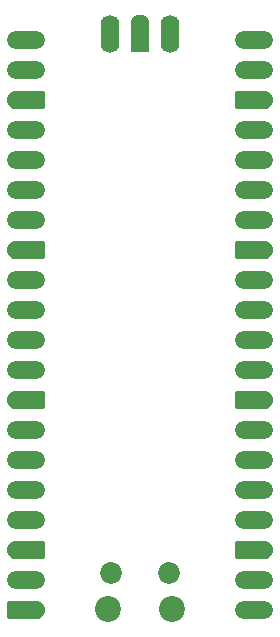
<source format=gbs>
%TF.GenerationSoftware,KiCad,Pcbnew,9.0.6*%
%TF.CreationDate,2025-11-18T22:02:06+01:00*%
%TF.ProjectId,simple_mesh,73696d70-6c65-45f6-9d65-73682e6b6963,rev?*%
%TF.SameCoordinates,Original*%
%TF.FileFunction,Soldermask,Bot*%
%TF.FilePolarity,Negative*%
%FSLAX46Y46*%
G04 Gerber Fmt 4.6, Leading zero omitted, Abs format (unit mm)*
G04 Created by KiCad (PCBNEW 9.0.6) date 2025-11-18 22:02:06*
%MOMM*%
%LPD*%
G01*
G04 APERTURE LIST*
G04 Aperture macros list*
%AMRoundRect*
0 Rectangle with rounded corners*
0 $1 Rounding radius*
0 $2 $3 $4 $5 $6 $7 $8 $9 X,Y pos of 4 corners*
0 Add a 4 corners polygon primitive as box body*
4,1,4,$2,$3,$4,$5,$6,$7,$8,$9,$2,$3,0*
0 Add four circle primitives for the rounded corners*
1,1,$1+$1,$2,$3*
1,1,$1+$1,$4,$5*
1,1,$1+$1,$6,$7*
1,1,$1+$1,$8,$9*
0 Add four rect primitives between the rounded corners*
20,1,$1+$1,$2,$3,$4,$5,0*
20,1,$1+$1,$4,$5,$6,$7,0*
20,1,$1+$1,$6,$7,$8,$9,0*
20,1,$1+$1,$8,$9,$2,$3,0*%
%AMFreePoly0*
4,1,37,0.800000,0.796148,0.878414,0.796148,1.032228,0.765552,1.177117,0.705537,1.307515,0.618408,1.418408,0.507515,1.505537,0.377117,1.565552,0.232228,1.596148,0.078414,1.596148,-0.078414,1.565552,-0.232228,1.505537,-0.377117,1.418408,-0.507515,1.307515,-0.618408,1.177117,-0.705537,1.032228,-0.765552,0.878414,-0.796148,0.800000,-0.796148,0.800000,-0.800000,-1.400000,-0.800000,
-1.403843,-0.796157,-1.439018,-0.796157,-1.511114,-0.766294,-1.566294,-0.711114,-1.596157,-0.639018,-1.596157,-0.603843,-1.600000,-0.600000,-1.600000,0.600000,-1.596157,0.603843,-1.596157,0.639018,-1.566294,0.711114,-1.511114,0.766294,-1.439018,0.796157,-1.403843,0.796157,-1.400000,0.800000,0.800000,0.800000,0.800000,0.796148,0.800000,0.796148,$1*%
%AMFreePoly1*
4,1,37,1.403843,0.796157,1.439018,0.796157,1.511114,0.766294,1.566294,0.711114,1.596157,0.639018,1.596157,0.603843,1.600000,0.600000,1.600000,-0.600000,1.596157,-0.603843,1.596157,-0.639018,1.566294,-0.711114,1.511114,-0.766294,1.439018,-0.796157,1.403843,-0.796157,1.400000,-0.800000,-0.800000,-0.800000,-0.800000,-0.796148,-0.878414,-0.796148,-1.032228,-0.765552,-1.177117,-0.705537,
-1.307515,-0.618408,-1.418408,-0.507515,-1.505537,-0.377117,-1.565552,-0.232228,-1.596148,-0.078414,-1.596148,0.078414,-1.565552,0.232228,-1.505537,0.377117,-1.418408,0.507515,-1.307515,0.618408,-1.177117,0.705537,-1.032228,0.765552,-0.878414,0.796148,-0.800000,0.796148,-0.800000,0.800000,1.400000,0.800000,1.403843,0.796157,1.403843,0.796157,$1*%
%AMFreePoly2*
4,1,37,1.600000,0.796148,1.678414,0.796148,1.832228,0.765552,1.977117,0.705537,2.107515,0.618408,2.218408,0.507515,2.305537,0.377117,2.365552,0.232228,2.396148,0.078414,2.396148,-0.078414,2.365552,-0.232228,2.305537,-0.377117,2.218408,-0.507515,2.107515,-0.618408,1.977117,-0.705537,1.832228,-0.765552,1.678414,-0.796148,1.600000,-0.796148,1.600000,-0.800000,-0.600000,-0.800000,
-0.603843,-0.796157,-0.639018,-0.796157,-0.711114,-0.766294,-0.766294,-0.711114,-0.796157,-0.639018,-0.796157,-0.603843,-0.800000,-0.600000,-0.800000,0.600000,-0.796157,0.603843,-0.796157,0.639018,-0.766294,0.711114,-0.711114,0.766294,-0.639018,0.796157,-0.603843,0.796157,-0.600000,0.800000,1.600000,0.800000,1.600000,0.796148,1.600000,0.796148,$1*%
G04 Aperture macros list end*
%ADD10C,2.200000*%
%ADD11C,1.850000*%
%ADD12FreePoly0,0.000000*%
%ADD13RoundRect,0.800000X-0.800000X-0.000010X0.800000X-0.000010X0.800000X0.000010X-0.800000X0.000010X0*%
%ADD14FreePoly1,0.000000*%
%ADD15RoundRect,0.800000X-0.000010X0.800000X-0.000010X-0.800000X0.000010X-0.800000X0.000010X0.800000X0*%
%ADD16FreePoly2,90.000000*%
G04 APERTURE END LIST*
D10*
%TO.C,IC1*%
X73475000Y-125600000D03*
D11*
X73775000Y-122570000D03*
X78625000Y-122570000D03*
D10*
X78925000Y-125600000D03*
D12*
X66510000Y-125730000D03*
D13*
X66510000Y-123190000D03*
D14*
X66510000Y-120650000D03*
D13*
X66510000Y-118110000D03*
X66510000Y-115570000D03*
X66510000Y-113030000D03*
X66510000Y-110490000D03*
D14*
X66510000Y-107950000D03*
D13*
X66510000Y-105410000D03*
X66510000Y-102870000D03*
X66510000Y-100330000D03*
X66510000Y-97790000D03*
D14*
X66510000Y-95250000D03*
D13*
X66510000Y-92710000D03*
X66510000Y-90170000D03*
X66510000Y-87630000D03*
X66510000Y-85090000D03*
D14*
X66510000Y-82550000D03*
D13*
X66510000Y-80010000D03*
X66510000Y-77470000D03*
X85890000Y-77470000D03*
X85890000Y-80010000D03*
D12*
X85890000Y-82550000D03*
D13*
X85890000Y-85090000D03*
X85890000Y-87630000D03*
X85890000Y-90170000D03*
X85890000Y-92710000D03*
D12*
X85890000Y-95250000D03*
D13*
X85890000Y-97790000D03*
X85890000Y-100330000D03*
X85890000Y-102870000D03*
X85890000Y-105410000D03*
D12*
X85890000Y-107950000D03*
D13*
X85890000Y-110490000D03*
X85890000Y-113030000D03*
X85890000Y-115570000D03*
X85890000Y-118110000D03*
D12*
X85890000Y-120650000D03*
D13*
X85890000Y-123190000D03*
X85890000Y-125730000D03*
D15*
X73660000Y-76900000D03*
D16*
X76200000Y-77700000D03*
D15*
X78740000Y-76900000D03*
%TD*%
M02*

</source>
